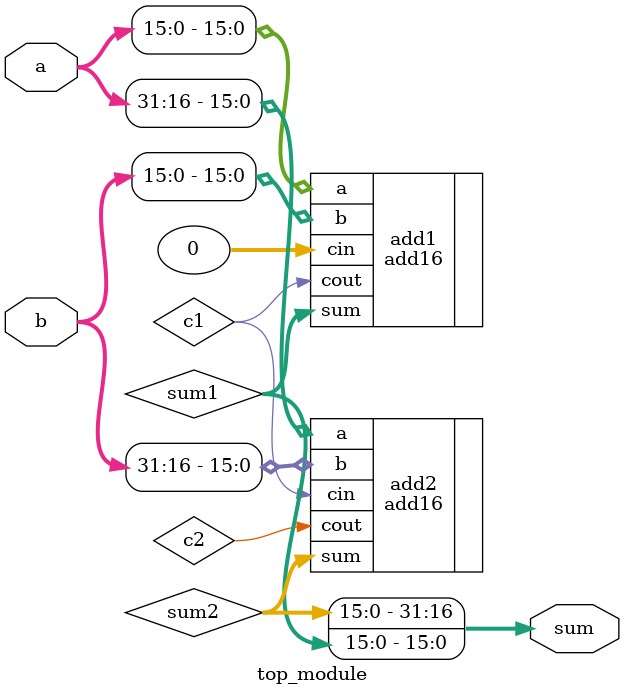
<source format=v>
module top_module(
    input [31:0] a,
    input [31:0] b,
    output [31:0] sum
);
    wire [15:0] sum1,sum2;
    wire c1, c2;
    
    add16 add1(.a(a[15:0]), .b(b[15:0]), .cin(0), .sum(sum1), .cout(c1));
    add16 add2(.a(a[31:16]), .b(b[31:16]), .cin(c1), .sum(sum2), .cout(c2));
    assign sum = {sum2,sum1};
endmodule

</source>
